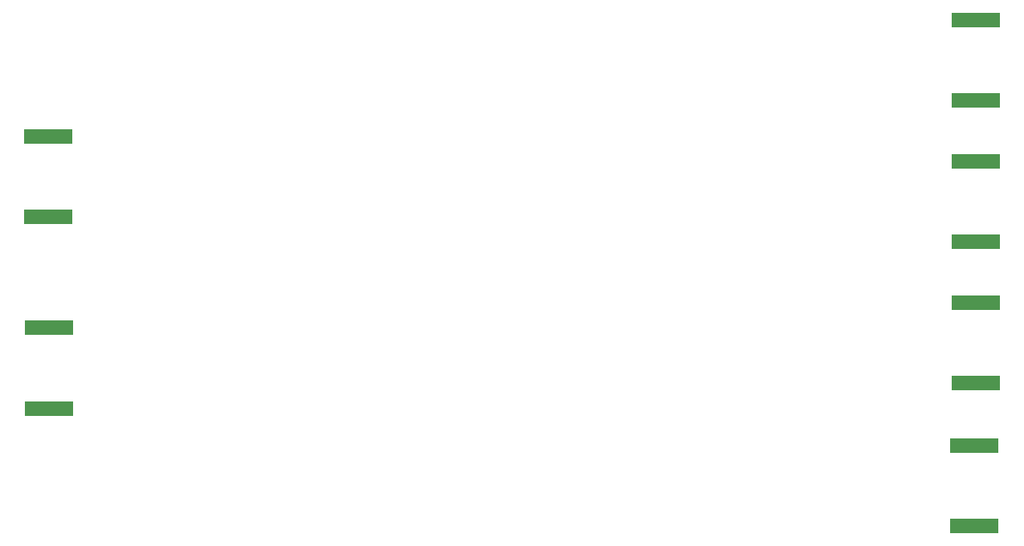
<source format=gbr>
%TF.GenerationSoftware,KiCad,Pcbnew,(6.0.5)*%
%TF.CreationDate,2022-05-16T15:03:43-04:00*%
%TF.ProjectId,PrawnBlaster_Connectorized,50726177-6e42-46c6-9173-7465725f436f,rev?*%
%TF.SameCoordinates,Original*%
%TF.FileFunction,Paste,Bot*%
%TF.FilePolarity,Positive*%
%FSLAX46Y46*%
G04 Gerber Fmt 4.6, Leading zero omitted, Abs format (unit mm)*
G04 Created by KiCad (PCBNEW (6.0.5)) date 2022-05-16 15:03:43*
%MOMM*%
%LPD*%
G01*
G04 APERTURE LIST*
%ADD10R,5.080000X1.500000*%
G04 APERTURE END LIST*
D10*
%TO.C,J6*%
X182397500Y-104125000D03*
X182397500Y-112625000D03*
%TD*%
%TO.C,J2*%
X84823200Y-91753000D03*
X84823200Y-100253000D03*
%TD*%
%TO.C,J5*%
X182517500Y-82675000D03*
X182517500Y-74175000D03*
%TD*%
%TO.C,J3*%
X182517500Y-67755000D03*
X182517500Y-59255000D03*
%TD*%
%TO.C,J1*%
X84792500Y-80055000D03*
X84792500Y-71555000D03*
%TD*%
%TO.C,J4*%
X182567500Y-97595000D03*
X182567500Y-89095000D03*
%TD*%
M02*

</source>
